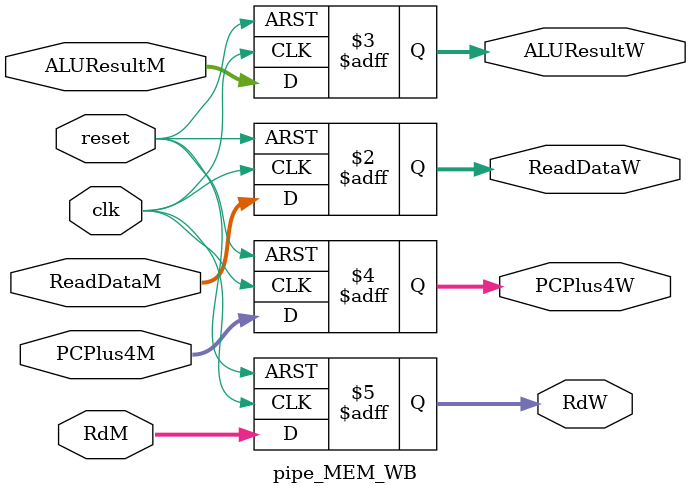
<source format=sv>
`timescale 1ns / 1ps


//======================================================================
// Pipeline Register: MEM/WB
// Purpose : Passes memory read data, ALU result, destination register,
//           and PC+4 to Writeback stage.
//======================================================================
module pipe_MEM_WB (
  input  logic        clk, reset,
  input  logic [31:0] ReadDataM, ALUResultM, PCPlus4M,
  input  logic [4:0]  RdM,
  output logic [31:0] ReadDataW, ALUResultW, PCPlus4W,
  output logic [4:0]  RdW
);

  always_ff @(posedge clk or posedge reset) begin
    if (reset) begin
      ReadDataW  <= 32'b0;
      ALUResultW <= 32'b0;
      PCPlus4W   <= 32'b0;
      RdW        <= 5'b0;
    end 
    else begin
      ReadDataW  <= ReadDataM;
      ALUResultW <= ALUResultM;
      PCPlus4W   <= PCPlus4M;
      RdW        <= RdM;
    end
  end

endmodule


</source>
